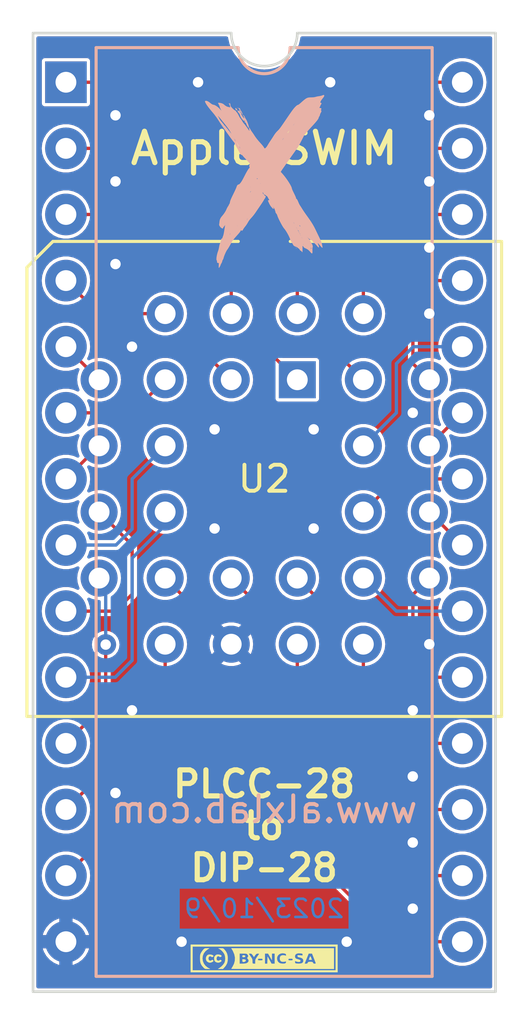
<source format=kicad_pcb>
(kicad_pcb (version 20211014) (generator pcbnew)
  (layers (0 "F.Cu" signal) (31 "B.Cu" signal) (34 "B.Paste" user) (35 "F.Paste" user) (36 "B.SilkS" user "B.Silkscreen") (37 "F.SilkS" user "F.Silkscreen") (38 "B.Mask" user) (39 "F.Mask" user) (44 "Edge.Cuts" user))
  (net 0 "")
  (net 1 "/PHASE_0")
  (net 2 "/PAHSE_2")
  (net 3 "/A0")
  (net 4 "/A1")
  (net 5 "/A2")
  (net 6 "/A3")
  (net 7 "/~{DEV}")
  (net 8 "/WRDATA")
  (net 9 "/~{WRREQ}")
  (net 10 "/D0")
  (net 11 "/D1")
  (net 12 "/D2")
  (net 13 "/D3")
  (net 14 "/GND")
  (net 15 "/D4")
  (net 16 "/D5")
  (net 17 "/D6")
  (net 18 "/D7")
  (net 19 "/~{ENBL2}")
  (net 20 "/~{ENBL1}")
  (net 21 "/SENSE")
  (net 22 "/RDDATE")
  (net 23 "/~{RESET}")
  (net 24 "/FCLK")
  (net 25 "/Q3{slash}HDSEL")
  (net 26 "/VCC")
  (net 27 "/PHASE_3")
  (net 28 "/PHASE_1")
  (footprint "alxlab:DIP-28_W15.24mm_Lead-Frame_SHP-001" (layer "F.Cu") (at 125.755 79.945)
    (fp_text reference "U1" hide)
    (fp_text value "Apple_SWIM_DIP-28")
    (pad "1" thru_hole rect (at 0 0) (size 1.6 1.6) (drill 0.8) (layers *.Cu *.Mask) (net 1 "/PHASE_0"))
    (pad "2" thru_hole oval (at 0 2.54) (size 1.6 1.6) (drill 0.8) (layers *.Cu *.Mask) (net 2 "/PAHSE_2"))
    (pad "3" thru_hole oval (at 0 5.08) (size 1.6 1.6) (drill 0.8) (layers *.Cu *.Mask) (net 3 "/A0"))
    (pad "4" thru_hole oval (at 0 7.62) (size 1.6 1.6) (drill 0.8) (layers *.Cu *.Mask) (net 4 "/A1"))
    (pad "5" thru_hole oval (at 0 10.16) (size 1.6 1.6) (drill 0.8) (layers *.Cu *.Mask) (net 5 "/A2"))
    (pad "6" thru_hole oval (at 0 12.7) (size 1.6 1.6) (drill 0.8) (layers *.Cu *.Mask) (net 6 "/A3"))
    (pad "7" thru_hole oval (at 0 15.24) (size 1.6 1.6) (drill 0.8) (layers *.Cu *.Mask) (net 7 "/~{DEV}"))
    (pad "8" thru_hole oval (at 0 17.78) (size 1.6 1.6) (drill 0.8) (layers *.Cu *.Mask) (net 8 "/WRDATA"))
    (pad "9" thru_hole oval (at 0 20.32) (size 1.6 1.6) (drill 0.8) (layers *.Cu *.Mask) (net 9 "/~{WRREQ}"))
    (pad "10" thru_hole oval (at 0 22.86) (size 1.6 1.6) (drill 0.8) (layers *.Cu *.Mask) (net 10 "/D0"))
    (pad "11" thru_hole oval (at 0 25.4) (size 1.6 1.6) (drill 0.8) (layers *.Cu *.Mask) (net 11 "/D1"))
    (pad "12" thru_hole oval (at 0 27.94) (size 1.6 1.6) (drill 0.8) (layers *.Cu *.Mask) (net 12 "/D2"))
    (pad "13" thru_hole oval (at 0 30.48) (size 1.6 1.6) (drill 0.8) (layers *.Cu *.Mask) (net 13 "/D3"))
    (pad "14" thru_hole oval (at 0 33.02) (size 1.6 1.6) (drill 0.8) (layers *.Cu *.Mask) (net 14 "/GND"))
    (pad "15" thru_hole oval (at 15.24 33.02) (size 1.6 1.6) (drill 0.8) (layers *.Cu *.Mask) (net 15 "/D4"))
    (pad "16" thru_hole oval (at 15.24 30.48) (size 1.6 1.6) (drill 0.8) (layers *.Cu *.Mask) (net 16 "/D5"))
    (pad "17" thru_hole oval (at 15.24 27.94) (size 1.6 1.6) (drill 0.8) (layers *.Cu *.Mask) (net 17 "/D6"))
    (pad "18" thru_hole oval (at 15.24 25.4) (size 1.6 1.6) (drill 0.8) (layers *.Cu *.Mask) (net 18 "/D7"))
    (pad "19" thru_hole oval (at 15.24 22.86) (size 1.6 1.6) (drill 0.8) (layers *.Cu *.Mask) (net 19 "/~{ENBL2}"))
    (pad "20" thru_hole oval (at 15.24 20.32) (size 1.6 1.6) (drill 0.8) (layers *.Cu *.Mask) (net 20 "/~{ENBL1}"))
    (pad "21" thru_hole oval (at 15.24 17.78) (size 1.6 1.6) (drill 0.8) (layers *.Cu *.Mask) (net 21 "/SENSE"))
    (pad "22" thru_hole oval (at 15.24 15.24) (size 1.6 1.6) (drill 0.8) (layers *.Cu *.Mask) (net 22 "/RDDATE"))
    (pad "23" thru_hole oval (at 15.24 12.7) (size 1.6 1.6) (drill 0.8) (layers *.Cu *.Mask) (net 23 "/~{RESET}"))
    (pad "24" thru_hole oval (at 15.24 10.16) (size 1.6 1.6) (drill 0.8) (layers *.Cu *.Mask) (net 24 "/FCLK"))
    (pad "25" thru_hole oval (at 15.24 7.62) (size 1.6 1.6) (drill 0.8) (layers *.Cu *.Mask) (net 25 "/Q3{slash}HDSEL"))
    (pad "26" thru_hole oval (at 15.24 5.08) (size 1.6 1.6) (drill 0.8) (layers *.Cu *.Mask) (net 26 "/VCC"))
    (pad "27" thru_hole oval (at 15.24 2.54) (size 1.6 1.6) (drill 0.8) (layers *.Cu *.Mask) (net 27 "/PHASE_3"))
    (pad "28" thru_hole oval (at 15.24 0) (size 1.6 1.6) (drill 0.8) (layers *.Cu *.Mask) (net 28 "/PHASE_1"))
  )
  (footprint "alxlab:logo_7_back" (layer "F.Cu") (at 133.384433 82.693868)
    (fp_text reference "G***" hide)
    (fp_text value "LOGO" hide)
  )
  (footprint "alxlab:cc_by_nc_sa_small_front_silk_screen" (layer "F.Cu") (at 133.375 113.6)
    (fp_text reference "G***" hide)
    (fp_text value "LOGO" hide)
  )
  (footprint "Package_LCC:PLCC-28_THT-Socket" (layer "F.Cu") (at 134.65 91.375)
    (fp_text reference "U2" (at -1.27 3.81) (layer "F.SilkS"))
    (fp_text value "Apple_SWIM_PLCC-28")
    (pad "1" thru_hole rect (at 0 0) (size 1.4224 1.4224) (drill 0.8) (layers *.Cu *.Mask) (net 1 "/PHASE_0"))
    (pad "2" thru_hole circle (at -2.54 -2.54) (size 1.4224 1.4224) (drill 0.8) (layers *.Cu *.Mask) (net 2 "/PAHSE_2"))
    (pad "3" thru_hole circle (at -2.54 0) (size 1.4224 1.4224) (drill 0.8) (layers *.Cu *.Mask) (net 3 "/A0"))
    (pad "4" thru_hole circle (at -5.08 -2.54) (size 1.4224 1.4224) (drill 0.8) (layers *.Cu *.Mask) (net 4 "/A1"))
    (pad "5" thru_hole circle (at -7.62 0) (size 1.4224 1.4224) (drill 0.8) (layers *.Cu *.Mask) (net 5 "/A2"))
    (pad "6" thru_hole circle (at -5.08 0) (size 1.4224 1.4224) (drill 0.8) (layers *.Cu *.Mask) (net 6 "/A3"))
    (pad "7" thru_hole circle (at -7.62 2.54) (size 1.4224 1.4224) (drill 0.8) (layers *.Cu *.Mask) (net 7 "/~{DEV}"))
    (pad "8" thru_hole circle (at -5.08 2.54) (size 1.4224 1.4224) (drill 0.8) (layers *.Cu *.Mask) (net 8 "/WRDATA"))
    (pad "9" thru_hole circle (at -7.62 5.08) (size 1.4224 1.4224) (drill 0.8) (layers *.Cu *.Mask) (net 9 "/~{WRREQ}"))
    (pad "10" thru_hole circle (at -5.08 5.08) (size 1.4224 1.4224) (drill 0.8) (layers *.Cu *.Mask) (net 10 "/D0"))
    (pad "11" thru_hole circle (at -7.62 7.62) (size 1.4224 1.4224) (drill 0.8) (layers *.Cu *.Mask) (net 11 "/D1"))
    (pad "12" thru_hole circle (at -5.08 10.16) (size 1.4224 1.4224) (drill 0.8) (layers *.Cu *.Mask) (net 12 "/D2"))
    (pad "13" thru_hole circle (at -5.08 7.62) (size 1.4224 1.4224) (drill 0.8) (layers *.Cu *.Mask) (net 13 "/D3"))
    (pad "14" thru_hole circle (at -2.54 10.16) (size 1.4224 1.4224) (drill 0.8) (layers *.Cu *.Mask) (net 14 "/GND"))
    (pad "15" thru_hole circle (at -2.54 7.62) (size 1.4224 1.4224) (drill 0.8) (layers *.Cu *.Mask) (net 15 "/D4"))
    (pad "16" thru_hole circle (at 0 10.16) (size 1.4224 1.4224) (drill 0.8) (layers *.Cu *.Mask) (net 16 "/D5"))
    (pad "17" thru_hole circle (at 0 7.62) (size 1.4224 1.4224) (drill 0.8) (layers *.Cu *.Mask) (net 17 "/D6"))
    (pad "18" thru_hole circle (at 2.54 10.16) (size 1.4224 1.4224) (drill 0.8) (layers *.Cu *.Mask) (net 18 "/D7"))
    (pad "19" thru_hole circle (at 5.08 7.62) (size 1.4224 1.4224) (drill 0.8) (layers *.Cu *.Mask) (net 19 "/~{ENBL2}"))
    (pad "20" thru_hole circle (at 2.54 7.62) (size 1.4224 1.4224) (drill 0.8) (layers *.Cu *.Mask) (net 20 "/~{ENBL1}"))
    (pad "21" thru_hole circle (at 5.08 5.08) (size 1.4224 1.4224) (drill 0.8) (layers *.Cu *.Mask) (net 21 "/SENSE"))
    (pad "22" thru_hole circle (at 2.54 5.08) (size 1.4224 1.4224) (drill 0.8) (layers *.Cu *.Mask) (net 22 "/RDDATE"))
    (pad "23" thru_hole circle (at 5.08 2.54) (size 1.4224 1.4224) (drill 0.8) (layers *.Cu *.Mask) (net 23 "/~{RESET}"))
    (pad "24" thru_hole circle (at 2.54 2.54) (size 1.4224 1.4224) (drill 0.8) (layers *.Cu *.Mask) (net 24 "/FCLK"))
    (pad "25" thru_hole circle (at 5.08 0) (size 1.4224 1.4224) (drill 0.8) (layers *.Cu *.Mask) (net 25 "/Q3{slash}HDSEL"))
    (pad "26" thru_hole circle (at 2.54 -2.54) (size 1.4224 1.4224) (drill 0.8) (layers *.Cu *.Mask) (net 26 "/VCC"))
    (pad "27" thru_hole circle (at 2.54 0) (size 1.4224 1.4224) (drill 0.8) (layers *.Cu *.Mask) (net 27 "/PHASE_3"))
    (pad "28" thru_hole circle (at 0 -2.54) (size 1.4224 1.4224) (drill 0.8) (layers *.Cu *.Mask) (net 28 "/PHASE_1"))
  )
  (gr_line (start 124.49 114.885) (end 124.49 78.055) (layer "Edge.Cuts") (width 0.1))
  (gr_arc (start 134.65 78.055) (mid 133.38 79.325) (end 132.11 78.055) (layer "Edge.Cuts") (width 0.1))
  (gr_line (start 142.27 78.055) (end 142.27 114.885) (layer "Edge.Cuts") (width 0.1))
  (gr_line (start 134.65 78.055) (end 142.27 78.055) (layer "Edge.Cuts") (width 0.1))
  (gr_line (start 142.27 114.885) (end 124.49 114.885) (layer "Edge.Cuts") (width 0.1))
  (gr_line (start 124.49 78.055) (end 132.11 78.055) (layer "Edge.Cuts") (width 0.1))
  (gr_text "2023/10/9" (at 133.375 111.695) (layer "B.Cu") (effects (font (size 0.7 0.7) (thickness 0.1)) (justify mirror)))
  (gr_text "www.alxlab.com" (at 133.375 107.885) (layer "B.SilkS") (effects (font (size 1 1)) (justify mirror)))
  (gr_text "Apple SWIM" (at 133.375 82.485) (layer "F.SilkS") (effects (font (size 1.2 1.2) (thickness 0.2))))
  (gr_text "PLCC-28\nto\nDIP-28" (at 133.375 108.52) (layer "F.SilkS") (effects (font (size 1 1) (thickness 0.2))))
  (segment (start 134.65 91.375) (end 134.635 91.375) (width 0.127) (layer "F.Cu") (net 1))
  (segment (start 133.38 90.12) (end 133.38 85.665) (width 0.127) (layer "F.Cu") (net 1))
  (segment (start 133.38 85.665) (end 127.66 79.945) (width 0.127) (layer "F.Cu") (net 1))
  (segment (start 127.66 79.945) (end 125.755 79.945) (width 0.127) (layer "F.Cu") (net 1))
  (segment (start 134.635 91.375) (end 133.38 90.12) (width 0.127) (layer "F.Cu") (net 1))
  (segment (start 132.11 86.945) (end 127.65 82.485) (width 0.127) (layer "F.Cu") (net 2))
  (segment (start 132.11 88.835) (end 132.11 86.945) (width 0.127) (layer "F.Cu") (net 2))
  (segment (start 127.65 82.485) (end 125.755 82.485) (width 0.127) (layer "F.Cu") (net 2))
  (segment (start 132.11 91.375) (end 130.84 90.105) (width 0.127) (layer "F.Cu") (net 3))
  (segment (start 130.84 88.215) (end 127.65 85.025) (width 0.127) (layer "F.Cu") (net 3))
  (segment (start 130.84 90.105) (end 130.84 88.215) (width 0.127) (layer "F.Cu") (net 3))
  (segment (start 127.65 85.025) (end 125.755 85.025) (width 0.127) (layer "F.Cu") (net 3))
  (segment (start 129.57 88.835) (end 127.025 88.835) (width 0.127) (layer "F.Cu") (net 4))
  (segment (start 127.025 88.835) (end 125.755 87.565) (width 0.127) (layer "F.Cu") (net 4))
  (segment (start 127.025 91.375) (end 125.755 90.105) (width 0.127) (layer "F.Cu") (net 5))
  (segment (start 127.03 91.375) (end 127.025 91.375) (width 0.127) (layer "F.Cu") (net 5))
  (segment (start 129.57 91.375) (end 128.3 92.645) (width 0.127) (layer "F.Cu") (net 6))
  (segment (start 128.3 92.645) (end 125.755 92.645) (width 0.127) (layer "F.Cu") (net 6))
  (segment (start 127.03 93.915) (end 127.025 93.915) (width 0.127) (layer "F.Cu") (net 7))
  (segment (start 127.025 93.915) (end 125.755 95.185) (width 0.127) (layer "F.Cu") (net 7))
  (segment (start 128.3 95.185) (end 128.3 97.105) (width 0.127) (layer "B.Cu") (net 8))
  (segment (start 127.68 97.725) (end 125.755 97.725) (width 0.127) (layer "B.Cu") (net 8))
  (segment (start 129.57 93.915) (end 128.3 95.185) (width 0.127) (layer "B.Cu") (net 8))
  (segment (start 128.3 97.105) (end 127.68 97.725) (width 0.127) (layer "B.Cu") (net 8))
  (segment (start 127.65 100.265) (end 125.755 100.265) (width 0.127) (layer "F.Cu") (net 9))
  (segment (start 128.3 97.725) (end 128.3 99.615) (width 0.127) (layer "F.Cu") (net 9))
  (segment (start 128.3 99.615) (end 127.65 100.265) (width 0.127) (layer "F.Cu") (net 9))
  (segment (start 127.03 96.455) (end 128.3 97.725) (width 0.127) (layer "F.Cu") (net 9))
  (segment (start 127.65 102.805) (end 128.3 102.155) (width 0.127) (layer "B.Cu") (net 10))
  (segment (start 128.3 102.155) (end 128.3 98.228) (width 0.127) (layer "B.Cu") (net 10))
  (segment (start 125.755 102.805) (end 127.65 102.805) (width 0.127) (layer "B.Cu") (net 10))
  (segment (start 128.3 98.228) (end 129.57 96.958) (width 0.127) (layer "B.Cu") (net 10))
  (segment (start 129.57 96.958) (end 129.57 96.455) (width 0.127) (layer "B.Cu") (net 10))
  (segment (start 127.284 101.55) (end 127.284 103.816) (width 0.127) (layer "F.Cu") (net 11))
  (segment (start 127.284 103.816) (end 125.755 105.345) (width 0.127) (layer "F.Cu") (net 11))
  (via (at 127.284 101.55) (size 0.8) (drill 0.4) (layers "F.Cu" "B.Cu") (net 11))
  (segment (start 127.284 99.249) (end 127.03 98.995) (width 0.127) (layer "B.Cu") (net 11))
  (segment (start 127.284 101.55) (end 127.284 99.249) (width 0.127) (layer "B.Cu") (net 11))
  (segment (start 129.57 104.07) (end 125.755 107.885) (width 0.127) (layer "F.Cu") (net 12))
  (segment (start 129.57 101.535) (end 129.57 104.07) (width 0.127) (layer "F.Cu") (net 12))
  (segment (start 130.84 105.34) (end 125.755 110.425) (width 0.127) (layer "F.Cu") (net 13))
  (segment (start 130.84 100.265) (end 130.84 105.34) (width 0.127) (layer "F.Cu") (net 13))
  (segment (start 129.57 98.995) (end 130.84 100.265) (width 0.127) (layer "F.Cu") (net 13))
  (via (at 135.28 97.09) (size 0.8) (drill 0.4) (layers "F.Cu" "B.Cu") (net 14))
  (via (at 130.835 79.945) (size 0.8) (drill 0.4) (layers "F.Cu" "B.Cu") (net 14))
  (via (at 139.09 109.155) (size 0.8) (drill 0.4) (layers "F.Cu" "B.Cu") (net 14))
  (via (at 128.295 90.105) (size 0.8) (drill 0.4) (layers "F.Cu" "B.Cu") (net 14))
  (via (at 127.66 107.25) (size 0.8) (drill 0.4) (layers "F.Cu" "B.Cu") (net 14))
  (via (at 130.2 112.965) (size 0.8) (drill 0.4) (layers "F.Cu" "B.Cu") (net 14))
  (via (at 127.66 83.755) (size 0.8) (drill 0.4) (layers "F.Cu" "B.Cu") (net 14))
  (via (at 139.725 88.835) (size 0.8) (drill 0.4) (layers "F.Cu" "B.Cu") (net 14))
  (via (at 131.47 93.28) (size 0.8) (drill 0.4) (layers "F.Cu" "B.Cu") (net 14))
  (via (at 135.915 79.945) (size 0.8) (drill 0.4) (layers "F.Cu" "B.Cu") (net 14))
  (via (at 128.295 104.075) (size 0.8) (drill 0.4) (layers "F.Cu" "B.Cu") (net 14))
  (via (at 131.47 97.09) (size 0.8) (drill 0.4) (layers "F.Cu" "B.Cu") (net 14))
  (via (at 135.28 93.28) (size 0.8) (drill 0.4) (layers "F.Cu" "B.Cu") (net 14))
  (via (at 139.725 86.295) (size 0.8) (drill 0.4) (layers "F.Cu" "B.Cu") (net 14))
  (via (at 139.09 106.615) (size 0.8) (drill 0.4) (layers "F.Cu" "B.Cu") (net 14))
  (via (at 139.725 81.215) (size 0.8) (drill 0.4) (layers "F.Cu" "B.Cu") (net 14))
  (via (at 139.725 101.535) (size 0.8) (drill 0.4) (layers "F.Cu" "B.Cu") (net 14))
  (via (at 136.55 112.965) (size 0.8) (drill 0.4) (layers "F.Cu" "B.Cu") (net 14))
  (via (at 127.66 81.215) (size 0.8) (drill 0.4) (layers "F.Cu" "B.Cu") (net 14))
  (via (at 139.725 83.755) (size 0.8) (drill 0.4) (layers "F.Cu" "B.Cu") (net 14))
  (via (at 139.09 92.645) (size 0.8) (drill 0.4) (layers "F.Cu" "B.Cu") (net 14))
  (via (at 139.09 104.075) (size 0.8) (drill 0.4) (layers "F.Cu" "B.Cu") (net 14))
  (via (at 139.09 111.695) (size 0.8) (drill 0.4) (layers "F.Cu" "B.Cu") (net 14))
  (via (at 127.66 86.93) (size 0.8) (drill 0.4) (layers "F.Cu" "B.Cu") (net 14))
  (segment (start 133.38 100.265) (end 132.11 98.995) (width 0.127) (layer "F.Cu") (net 15))
  (segment (start 133.38 107.9) (end 133.38 100.265) (width 0.127) (layer "F.Cu") (net 15))
  (segment (start 138.445 112.965) (end 133.38 107.9) (width 0.127) (layer "F.Cu") (net 15))
  (segment (start 140.995 112.965) (end 138.445 112.965) (width 0.127) (layer "F.Cu") (net 15))
  (segment (start 138.445 110.425) (end 140.995 110.425) (width 0.127) (layer "F.Cu") (net 16))
  (segment (start 134.65 101.535) (end 134.65 106.63) (width 0.127) (layer "F.Cu") (net 16))
  (segment (start 134.65 106.63) (end 138.445 110.425) (width 0.127) (layer "F.Cu") (net 16))
  (segment (start 135.92 105.36) (end 135.92 100.265) (width 0.127) (layer "F.Cu") (net 17))
  (segment (start 140.995 107.885) (end 138.445 107.885) (width 0.127) (layer "F.Cu") (net 17))
  (segment (start 135.92 100.265) (end 134.65 98.995) (width 0.127) (layer "F.Cu") (net 17))
  (segment (start 138.445 107.885) (end 135.92 105.36) (width 0.127) (layer "F.Cu") (net 17))
  (segment (start 137.19 104.09) (end 138.445 105.345) (width 0.127) (layer "F.Cu") (net 18))
  (segment (start 137.19 101.535) (end 137.19 104.09) (width 0.127) (layer "F.Cu") (net 18))
  (segment (start 138.445 105.345) (end 140.995 105.345) (width 0.127) (layer "F.Cu") (net 18))
  (segment (start 139.73 98.995) (end 139.095 99.63) (width 0.127) (layer "F.Cu") (net 19))
  (segment (start 139.598 102.805) (end 140.995 102.805) (width 0.127) (layer "F.Cu") (net 19))
  (segment (start 139.095 102.302) (end 139.598 102.805) (width 0.127) (layer "F.Cu") (net 19))
  (segment (start 139.095 99.63) (end 139.095 102.302) (width 0.127) (layer "F.Cu") (net 19))
  (segment (start 138.46 100.265) (end 140.995 100.265) (width 0.127) (layer "B.Cu") (net 20))
  (segment (start 137.19 98.995) (end 138.46 100.265) (width 0.127) (layer "B.Cu") (net 20))
  (segment (start 139.73 96.46) (end 140.995 97.725) (width 0.127) (layer "F.Cu") (net 21))
  (segment (start 139.73 96.455) (end 139.73 96.46) (width 0.127) (layer "F.Cu") (net 21))
  (segment (start 138.46 95.185) (end 140.995 95.185) (width 0.127) (layer "F.Cu") (net 22))
  (segment (start 137.19 96.455) (end 138.46 95.185) (width 0.127) (layer "F.Cu") (net 22))
  (segment (start 139.73 93.91) (end 140.995 92.645) (width 0.127) (layer "F.Cu") (net 23))
  (segment (start 139.73 93.915) (end 139.73 93.91) (width 0.127) (layer "F.Cu") (net 23))
  (segment (start 138.46 90.755) (end 139.11 90.105) (width 0.127) (layer "B.Cu") (net 24))
  (segment (start 137.19 93.915) (end 138.46 92.645) (width 0.127) (layer "B.Cu") (net 24))
  (segment (start 139.11 90.105) (end 140.995 90.105) (width 0.127) (layer "B.Cu") (net 24))
  (segment (start 138.46 92.645) (end 138.46 90.755) (width 0.127) (layer "B.Cu") (net 24))
  (segment (start 139.095 88.215) (end 139.745 87.565) (width 0.127) (layer "F.Cu") (net 25))
  (segment (start 139.715 91.375) (end 139.095 90.755) (width 0.127) (layer "F.Cu") (net 25))
  (segment (start 139.095 90.755) (end 139.095 88.215) (width 0.127) (layer "F.Cu") (net 25))
  (segment (start 139.745 87.565) (end 140.995 87.565) (width 0.127) (layer "F.Cu") (net 25))
  (segment (start 139.73 91.375) (end 139.715 91.375) (width 0.127) (layer "F.Cu") (net 25))
  (segment (start 137.19 86.945) (end 139.11 85.025) (width 0.127) (layer "F.Cu") (net 26))
  (segment (start 139.11 85.025) (end 140.995 85.025) (width 0.127) (layer "F.Cu") (net 26))
  (segment (start 137.19 88.835) (end 137.19 86.945) (width 0.127) (layer "F.Cu") (net 26))
  (segment (start 135.92 85.675) (end 139.11 82.485) (width 0.127) (layer "F.Cu") (net 27))
  (segment (start 139.11 82.485) (end 140.995 82.485) (width 0.127) (layer "F.Cu") (net 27))
  (segment (start 137.19 91.375) (end 135.92 90.105) (width 0.127) (layer "F.Cu") (net 27))
  (segment (start 135.92 90.105) (end 135.92 85.675) (width 0.127) (layer "F.Cu") (net 27))
  (segment (start 134.65 88.835) (end 134.65 84.405) (width 0.127) (layer "F.Cu") (net 28))
  (segment (start 134.65 84.405) (end 139.11 79.945) (width 0.127) (layer "F.Cu") (net 28))
  (segment (start 139.11 79.945) (end 140.995 79.945) (width 0.127) (layer "F.Cu") (net 28))
  (zone (net 14) (net_name "/GND") (layer "F.Cu") (connect_pads (clearance 0.127)) (min_thickness 0.127) (fill yes (thermal_gap 0.127) (thermal_bridge_width 0.508))
    (polygon (pts (xy 142.905 115.52) (xy 123.22 115.52) (xy 123.22 77.42) (xy 142.905 77.42)))
  )
  (zone (net 14) (net_name "/GND") (layer "B.Cu") (connect_pads (clearance 0.127)) (min_thickness 0.127) (fill yes (thermal_gap 0.127) (thermal_bridge_width 0.508))
    (polygon (pts (xy 142.905 115.52) (xy 123.855 115.52) (xy 123.855 76.785) (xy 142.905 76.785)))
  )
)
</source>
